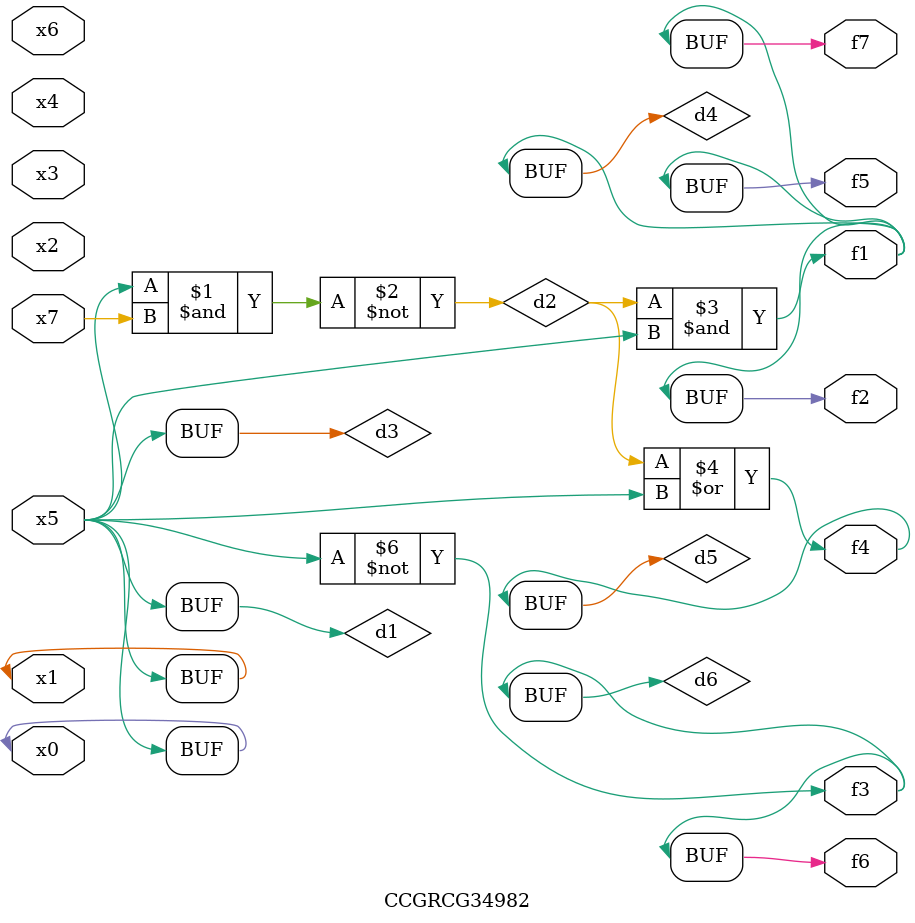
<source format=v>
module CCGRCG34982(
	input x0, x1, x2, x3, x4, x5, x6, x7,
	output f1, f2, f3, f4, f5, f6, f7
);

	wire d1, d2, d3, d4, d5, d6;

	buf (d1, x0, x5);
	nand (d2, x5, x7);
	buf (d3, x0, x1);
	and (d4, d2, d3);
	or (d5, d2, d3);
	nor (d6, d1, d3);
	assign f1 = d4;
	assign f2 = d4;
	assign f3 = d6;
	assign f4 = d5;
	assign f5 = d4;
	assign f6 = d6;
	assign f7 = d4;
endmodule

</source>
